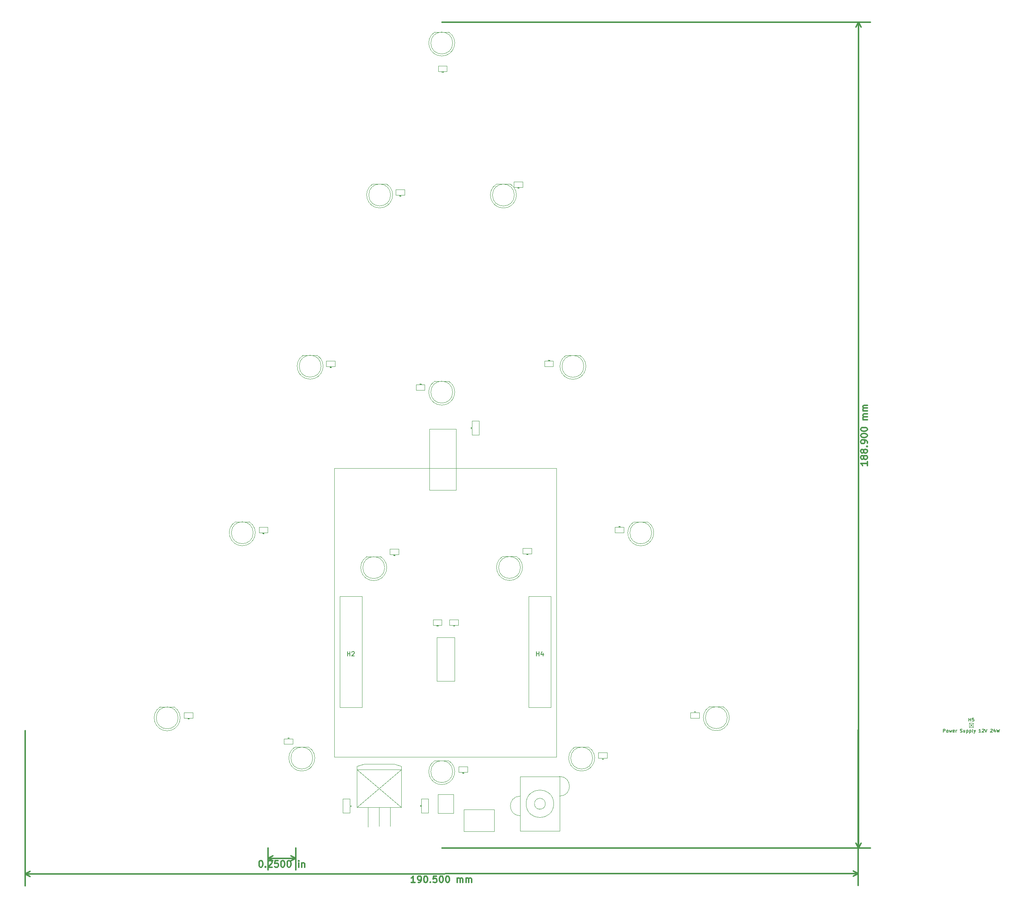
<source format=gbr>
%TF.GenerationSoftware,KiCad,Pcbnew,no-vcs-found-ef6910f~59~ubuntu16.04.1*%
%TF.CreationDate,2017-08-09T10:10:15-06:00*%
%TF.ProjectId,Christmas_Tree_Disco,4368726973746D61735F547265655F44,V1.0*%
%TF.SameCoordinates,Original*%
%TF.FileFunction,Other,Fab,Top*%
%FSLAX46Y46*%
G04 Gerber Fmt 4.6, Leading zero omitted, Abs format (unit mm)*
G04 Created by KiCad (PCBNEW no-vcs-found-ef6910f~59~ubuntu16.04.1) date Wed Aug  9 10:10:15 2017*
%MOMM*%
%LPD*%
G01*
G04 APERTURE LIST*
%ADD10C,0.300000*%
%ADD11C,0.120000*%
%ADD12C,0.010000*%
%ADD13C,0.150000*%
G04 APERTURE END LIST*
D10*
X66862142Y-218739952D02*
X67005000Y-218739952D01*
X67147857Y-218811381D01*
X67219285Y-218882809D01*
X67290714Y-219025666D01*
X67362142Y-219311381D01*
X67362142Y-219668523D01*
X67290714Y-219954238D01*
X67219285Y-220097095D01*
X67147857Y-220168523D01*
X67005000Y-220239952D01*
X66862142Y-220239952D01*
X66719285Y-220168523D01*
X66647857Y-220097095D01*
X66576428Y-219954238D01*
X66505000Y-219668523D01*
X66505000Y-219311381D01*
X66576428Y-219025666D01*
X66647857Y-218882809D01*
X66719285Y-218811381D01*
X66862142Y-218739952D01*
X68005000Y-220097095D02*
X68076428Y-220168523D01*
X68005000Y-220239952D01*
X67933571Y-220168523D01*
X68005000Y-220097095D01*
X68005000Y-220239952D01*
X68647857Y-218882809D02*
X68719285Y-218811381D01*
X68862142Y-218739952D01*
X69219285Y-218739952D01*
X69362142Y-218811381D01*
X69433571Y-218882809D01*
X69505000Y-219025666D01*
X69505000Y-219168523D01*
X69433571Y-219382809D01*
X68576428Y-220239952D01*
X69505000Y-220239952D01*
X70862142Y-218739952D02*
X70147857Y-218739952D01*
X70076428Y-219454238D01*
X70147857Y-219382809D01*
X70290714Y-219311381D01*
X70647857Y-219311381D01*
X70790714Y-219382809D01*
X70862142Y-219454238D01*
X70933571Y-219597095D01*
X70933571Y-219954238D01*
X70862142Y-220097095D01*
X70790714Y-220168523D01*
X70647857Y-220239952D01*
X70290714Y-220239952D01*
X70147857Y-220168523D01*
X70076428Y-220097095D01*
X71862142Y-218739952D02*
X72005000Y-218739952D01*
X72147857Y-218811381D01*
X72219285Y-218882809D01*
X72290714Y-219025666D01*
X72362142Y-219311381D01*
X72362142Y-219668523D01*
X72290714Y-219954238D01*
X72219285Y-220097095D01*
X72147857Y-220168523D01*
X72005000Y-220239952D01*
X71862142Y-220239952D01*
X71719285Y-220168523D01*
X71647857Y-220097095D01*
X71576428Y-219954238D01*
X71505000Y-219668523D01*
X71505000Y-219311381D01*
X71576428Y-219025666D01*
X71647857Y-218882809D01*
X71719285Y-218811381D01*
X71862142Y-218739952D01*
X73290714Y-218739952D02*
X73433571Y-218739952D01*
X73576428Y-218811381D01*
X73647857Y-218882809D01*
X73719285Y-219025666D01*
X73790714Y-219311381D01*
X73790714Y-219668523D01*
X73719285Y-219954238D01*
X73647857Y-220097095D01*
X73576428Y-220168523D01*
X73433571Y-220239952D01*
X73290714Y-220239952D01*
X73147857Y-220168523D01*
X73076428Y-220097095D01*
X73005000Y-219954238D01*
X72933571Y-219668523D01*
X72933571Y-219311381D01*
X73005000Y-219025666D01*
X73076428Y-218882809D01*
X73147857Y-218811381D01*
X73290714Y-218739952D01*
X75576428Y-220239952D02*
X75576428Y-219239952D01*
X75576428Y-218739952D02*
X75505000Y-218811381D01*
X75576428Y-218882809D01*
X75647857Y-218811381D01*
X75576428Y-218739952D01*
X75576428Y-218882809D01*
X76290714Y-219239952D02*
X76290714Y-220239952D01*
X76290714Y-219382809D02*
X76362142Y-219311381D01*
X76505000Y-219239952D01*
X76719285Y-219239952D01*
X76862142Y-219311381D01*
X76933571Y-219454238D01*
X76933571Y-220239952D01*
X68580000Y-218211381D02*
X74930000Y-218211381D01*
X68580000Y-215900000D02*
X68580000Y-220911381D01*
X74930000Y-215900000D02*
X74930000Y-220911381D01*
X74930000Y-218211381D02*
X73803496Y-218797802D01*
X74930000Y-218211381D02*
X73803496Y-217624960D01*
X68580000Y-218211381D02*
X69706504Y-218797802D01*
X68580000Y-218211381D02*
X69706504Y-217624960D01*
X205628571Y-127521428D02*
X205628571Y-128378571D01*
X205628571Y-127950000D02*
X204128571Y-127950000D01*
X204342857Y-128092857D01*
X204485714Y-128235714D01*
X204557142Y-128378571D01*
X204771428Y-126664285D02*
X204700000Y-126807142D01*
X204628571Y-126878571D01*
X204485714Y-126950000D01*
X204414285Y-126950000D01*
X204271428Y-126878571D01*
X204200000Y-126807142D01*
X204128571Y-126664285D01*
X204128571Y-126378571D01*
X204200000Y-126235714D01*
X204271428Y-126164285D01*
X204414285Y-126092857D01*
X204485714Y-126092857D01*
X204628571Y-126164285D01*
X204700000Y-126235714D01*
X204771428Y-126378571D01*
X204771428Y-126664285D01*
X204842857Y-126807142D01*
X204914285Y-126878571D01*
X205057142Y-126950000D01*
X205342857Y-126950000D01*
X205485714Y-126878571D01*
X205557142Y-126807142D01*
X205628571Y-126664285D01*
X205628571Y-126378571D01*
X205557142Y-126235714D01*
X205485714Y-126164285D01*
X205342857Y-126092857D01*
X205057142Y-126092857D01*
X204914285Y-126164285D01*
X204842857Y-126235714D01*
X204771428Y-126378571D01*
X204771428Y-125235714D02*
X204700000Y-125378571D01*
X204628571Y-125450000D01*
X204485714Y-125521428D01*
X204414285Y-125521428D01*
X204271428Y-125450000D01*
X204200000Y-125378571D01*
X204128571Y-125235714D01*
X204128571Y-124950000D01*
X204200000Y-124807142D01*
X204271428Y-124735714D01*
X204414285Y-124664285D01*
X204485714Y-124664285D01*
X204628571Y-124735714D01*
X204700000Y-124807142D01*
X204771428Y-124950000D01*
X204771428Y-125235714D01*
X204842857Y-125378571D01*
X204914285Y-125450000D01*
X205057142Y-125521428D01*
X205342857Y-125521428D01*
X205485714Y-125450000D01*
X205557142Y-125378571D01*
X205628571Y-125235714D01*
X205628571Y-124950000D01*
X205557142Y-124807142D01*
X205485714Y-124735714D01*
X205342857Y-124664285D01*
X205057142Y-124664285D01*
X204914285Y-124735714D01*
X204842857Y-124807142D01*
X204771428Y-124950000D01*
X205485714Y-124021428D02*
X205557142Y-123950000D01*
X205628571Y-124021428D01*
X205557142Y-124092857D01*
X205485714Y-124021428D01*
X205628571Y-124021428D01*
X205628571Y-123235714D02*
X205628571Y-122950000D01*
X205557142Y-122807142D01*
X205485714Y-122735714D01*
X205271428Y-122592857D01*
X204985714Y-122521428D01*
X204414285Y-122521428D01*
X204271428Y-122592857D01*
X204200000Y-122664285D01*
X204128571Y-122807142D01*
X204128571Y-123092857D01*
X204200000Y-123235714D01*
X204271428Y-123307142D01*
X204414285Y-123378571D01*
X204771428Y-123378571D01*
X204914285Y-123307142D01*
X204985714Y-123235714D01*
X205057142Y-123092857D01*
X205057142Y-122807142D01*
X204985714Y-122664285D01*
X204914285Y-122592857D01*
X204771428Y-122521428D01*
X204128571Y-121592857D02*
X204128571Y-121450000D01*
X204200000Y-121307142D01*
X204271428Y-121235714D01*
X204414285Y-121164285D01*
X204700000Y-121092857D01*
X205057142Y-121092857D01*
X205342857Y-121164285D01*
X205485714Y-121235714D01*
X205557142Y-121307142D01*
X205628571Y-121450000D01*
X205628571Y-121592857D01*
X205557142Y-121735714D01*
X205485714Y-121807142D01*
X205342857Y-121878571D01*
X205057142Y-121950000D01*
X204700000Y-121950000D01*
X204414285Y-121878571D01*
X204271428Y-121807142D01*
X204200000Y-121735714D01*
X204128571Y-121592857D01*
X204128571Y-120164285D02*
X204128571Y-120021428D01*
X204200000Y-119878571D01*
X204271428Y-119807142D01*
X204414285Y-119735714D01*
X204700000Y-119664285D01*
X205057142Y-119664285D01*
X205342857Y-119735714D01*
X205485714Y-119807142D01*
X205557142Y-119878571D01*
X205628571Y-120021428D01*
X205628571Y-120164285D01*
X205557142Y-120307142D01*
X205485714Y-120378571D01*
X205342857Y-120450000D01*
X205057142Y-120521428D01*
X204700000Y-120521428D01*
X204414285Y-120450000D01*
X204271428Y-120378571D01*
X204200000Y-120307142D01*
X204128571Y-120164285D01*
X205628571Y-117878571D02*
X204628571Y-117878571D01*
X204771428Y-117878571D02*
X204700000Y-117807142D01*
X204628571Y-117664285D01*
X204628571Y-117450000D01*
X204700000Y-117307142D01*
X204842857Y-117235714D01*
X205628571Y-117235714D01*
X204842857Y-117235714D02*
X204700000Y-117164285D01*
X204628571Y-117021428D01*
X204628571Y-116807142D01*
X204700000Y-116664285D01*
X204842857Y-116592857D01*
X205628571Y-116592857D01*
X205628571Y-115878571D02*
X204628571Y-115878571D01*
X204771428Y-115878571D02*
X204700000Y-115807142D01*
X204628571Y-115664285D01*
X204628571Y-115450000D01*
X204700000Y-115307142D01*
X204842857Y-115235714D01*
X205628571Y-115235714D01*
X204842857Y-115235714D02*
X204700000Y-115164285D01*
X204628571Y-115021428D01*
X204628571Y-114807142D01*
X204700000Y-114664285D01*
X204842857Y-114592857D01*
X205628571Y-114592857D01*
X203600000Y-215900000D02*
X203600000Y-27000000D01*
X108400000Y-215900000D02*
X206300000Y-215900000D01*
X108400000Y-27000000D02*
X206300000Y-27000000D01*
X203600000Y-27000000D02*
X204186421Y-28126504D01*
X203600000Y-27000000D02*
X203013579Y-28126504D01*
X203600000Y-215900000D02*
X204186421Y-214773496D01*
X203600000Y-215900000D02*
X203013579Y-214773496D01*
X102196853Y-223779491D02*
X101339710Y-223779941D01*
X101768282Y-223779716D02*
X101767494Y-222279716D01*
X101624750Y-222494077D01*
X101481967Y-222637009D01*
X101339148Y-222708512D01*
X102911139Y-223779116D02*
X103196853Y-223778966D01*
X103339672Y-223707462D01*
X103411064Y-223635996D01*
X103553808Y-223421636D01*
X103625087Y-223135884D01*
X103624787Y-222564455D01*
X103553283Y-222421636D01*
X103481817Y-222350245D01*
X103338923Y-222278891D01*
X103053208Y-222279041D01*
X102910389Y-222350545D01*
X102838998Y-222422011D01*
X102767644Y-222564905D01*
X102767832Y-222922048D01*
X102839335Y-223064868D01*
X102910801Y-223136259D01*
X103053696Y-223207612D01*
X103339410Y-223207463D01*
X103482230Y-223135959D01*
X103553621Y-223064493D01*
X103624974Y-222921598D01*
X104553208Y-222278254D02*
X104696065Y-222278179D01*
X104838960Y-222349532D01*
X104910426Y-222420923D01*
X104981929Y-222563743D01*
X105053508Y-222849420D01*
X105053695Y-223206563D01*
X104982417Y-223492314D01*
X104911063Y-223635209D01*
X104839672Y-223706675D01*
X104696853Y-223778179D01*
X104553996Y-223778254D01*
X104411101Y-223706900D01*
X104339635Y-223635509D01*
X104268131Y-223492689D01*
X104196553Y-223207013D01*
X104196365Y-222849870D01*
X104267644Y-222564118D01*
X104338997Y-222421223D01*
X104410388Y-222349757D01*
X104553208Y-222278254D01*
X105696777Y-223634797D02*
X105768244Y-223706188D01*
X105696852Y-223777654D01*
X105625386Y-223706263D01*
X105696777Y-223634797D01*
X105696852Y-223777654D01*
X107124636Y-222276904D02*
X106410351Y-222277279D01*
X106339297Y-222991602D01*
X106410688Y-222920136D01*
X106553508Y-222848632D01*
X106910651Y-222848445D01*
X107053545Y-222919799D01*
X107125011Y-222991190D01*
X107196515Y-223134009D01*
X107196702Y-223491152D01*
X107125349Y-223634047D01*
X107053958Y-223705513D01*
X106911138Y-223777016D01*
X106553995Y-223777204D01*
X106411101Y-223705850D01*
X106339635Y-223634459D01*
X108124636Y-222276379D02*
X108267493Y-222276304D01*
X108410388Y-222347658D01*
X108481854Y-222419049D01*
X108553358Y-222561868D01*
X108624936Y-222847545D01*
X108625124Y-223204688D01*
X108553845Y-223490440D01*
X108482491Y-223633334D01*
X108411100Y-223704800D01*
X108268281Y-223776304D01*
X108125424Y-223776379D01*
X107982529Y-223705025D01*
X107911063Y-223633634D01*
X107839559Y-223490815D01*
X107767981Y-223205138D01*
X107767793Y-222847995D01*
X107839072Y-222562243D01*
X107910425Y-222419349D01*
X107981817Y-222347883D01*
X108124636Y-222276379D01*
X109553207Y-222275629D02*
X109696065Y-222275554D01*
X109838959Y-222346908D01*
X109910425Y-222418299D01*
X109981929Y-222561118D01*
X110053507Y-222846795D01*
X110053695Y-223203938D01*
X109982416Y-223489690D01*
X109911063Y-223632584D01*
X109839672Y-223704050D01*
X109696852Y-223775554D01*
X109553995Y-223775629D01*
X109411100Y-223704275D01*
X109339634Y-223632884D01*
X109268131Y-223490065D01*
X109196552Y-223204388D01*
X109196365Y-222847245D01*
X109267643Y-222561493D01*
X109338997Y-222418599D01*
X109410388Y-222347133D01*
X109553207Y-222275629D01*
X111839709Y-223774429D02*
X111839184Y-222774429D01*
X111839259Y-222917286D02*
X111910650Y-222845820D01*
X112053470Y-222774317D01*
X112267755Y-222774204D01*
X112410650Y-222845558D01*
X112482153Y-222988377D01*
X112482566Y-223774092D01*
X112482153Y-222988377D02*
X112553507Y-222845483D01*
X112696327Y-222773979D01*
X112910612Y-222773867D01*
X113053507Y-222845220D01*
X113125010Y-222988040D01*
X113125423Y-223773754D01*
X113839709Y-223773379D02*
X113839184Y-222773379D01*
X113839259Y-222916236D02*
X113910650Y-222844770D01*
X114053469Y-222773267D01*
X114267755Y-222773154D01*
X114410650Y-222844508D01*
X114482153Y-222987328D01*
X114482566Y-223773042D01*
X114482153Y-222987328D02*
X114553507Y-222844433D01*
X114696326Y-222772929D01*
X114910612Y-222772817D01*
X115053507Y-222844170D01*
X115125010Y-222986990D01*
X115125423Y-223772704D01*
X13017217Y-221797733D02*
X203517217Y-221697733D01*
X13000000Y-189000000D02*
X13018634Y-224497733D01*
X203500000Y-188900000D02*
X203518634Y-224397733D01*
X203517217Y-221697733D02*
X202391021Y-222284745D01*
X203517217Y-221697733D02*
X202390406Y-221111904D01*
X13017217Y-221797733D02*
X14144028Y-222383562D01*
X13017217Y-221797733D02*
X14143413Y-221210721D01*
D11*
X107220000Y-177720000D02*
X107220000Y-167720000D01*
X111220000Y-177720000D02*
X107220000Y-177720000D01*
X111220000Y-167720000D02*
X111220000Y-177720000D01*
X107220000Y-167720000D02*
X111220000Y-167720000D01*
X74710420Y-192793362D02*
G75*
G03X77900000Y-192800000I1589580J-2506638D01*
G01*
X74700000Y-192800000D02*
X77900000Y-192800000D01*
X78800000Y-195300000D02*
G75*
G03X78800000Y-195300000I-2500000J0D01*
G01*
X83730000Y-129020000D02*
X83730000Y-195060000D01*
X134530000Y-129020000D02*
X83730000Y-129020000D01*
X134530000Y-195060000D02*
X134530000Y-129020000D01*
X134530000Y-195060000D02*
X83730000Y-195060000D01*
X104420000Y-109885000D02*
X104420000Y-111135000D01*
X102420000Y-109885000D02*
X104420000Y-109885000D01*
X102420000Y-111135000D02*
X102420000Y-109885000D01*
X104420000Y-111135000D02*
X102420000Y-111135000D01*
X49380000Y-186125000D02*
X49380000Y-184875000D01*
X51380000Y-186125000D02*
X49380000Y-186125000D01*
X51380000Y-184875000D02*
X51380000Y-186125000D01*
X49380000Y-184875000D02*
X51380000Y-184875000D01*
X112200000Y-198525000D02*
X112200000Y-197275000D01*
X114200000Y-198525000D02*
X112200000Y-198525000D01*
X114200000Y-197275000D02*
X114200000Y-198525000D01*
X112200000Y-197275000D02*
X114200000Y-197275000D01*
X66500000Y-143725000D02*
X66500000Y-142475000D01*
X68500000Y-143725000D02*
X66500000Y-143725000D01*
X68500000Y-142475000D02*
X68500000Y-143725000D01*
X66500000Y-142475000D02*
X68500000Y-142475000D01*
X116800000Y-118200000D02*
X115200000Y-118200000D01*
X115200000Y-118200000D02*
X115200000Y-121400000D01*
X115200000Y-121400000D02*
X116800000Y-121400000D01*
X116800000Y-121400000D02*
X116800000Y-118200000D01*
X92510420Y-63993362D02*
G75*
G03X95700000Y-64000000I1589580J-2506638D01*
G01*
X92500000Y-64000000D02*
X95700000Y-64000000D01*
X96600000Y-66500000D02*
G75*
G03X96600000Y-66500000I-2500000J0D01*
G01*
X61091515Y-141257362D02*
G75*
G03X64281095Y-141264000I1589580J-2506638D01*
G01*
X61081095Y-141264000D02*
X64281095Y-141264000D01*
X65181095Y-143764000D02*
G75*
G03X65181095Y-143764000I-2500000J0D01*
G01*
X43911515Y-183597862D02*
G75*
G03X47101095Y-183604500I1589580J-2506638D01*
G01*
X43901095Y-183604500D02*
X47101095Y-183604500D01*
X48001095Y-186104500D02*
G75*
G03X48001095Y-186104500I-2500000J0D01*
G01*
X106710420Y-109093362D02*
G75*
G03X109900000Y-109100000I1589580J-2506638D01*
G01*
X106700000Y-109100000D02*
X109900000Y-109100000D01*
X110800000Y-111600000D02*
G75*
G03X110800000Y-111600000I-2500000J0D01*
G01*
X76610420Y-103157362D02*
G75*
G03X79800000Y-103164000I1589580J-2506638D01*
G01*
X76600000Y-103164000D02*
X79800000Y-103164000D01*
X80700000Y-105664000D02*
G75*
G03X80700000Y-105664000I-2500000J0D01*
G01*
X91152420Y-149233362D02*
G75*
G03X94342000Y-149240000I1589580J-2506638D01*
G01*
X91142000Y-149240000D02*
X94342000Y-149240000D01*
X95242000Y-151740000D02*
G75*
G03X95242000Y-151740000I-2500000J0D01*
G01*
X106710420Y-195893362D02*
G75*
G03X109900000Y-195900000I1589580J-2506638D01*
G01*
X106700000Y-195900000D02*
X109900000Y-195900000D01*
X110800000Y-198400000D02*
G75*
G03X110800000Y-198400000I-2500000J0D01*
G01*
X120810420Y-64013862D02*
G75*
G03X124000000Y-64020500I1589580J-2506638D01*
G01*
X120800000Y-64020500D02*
X124000000Y-64020500D01*
X124900000Y-66520500D02*
G75*
G03X124900000Y-66520500I-2500000J0D01*
G01*
X169510420Y-183558362D02*
G75*
G03X172700000Y-183565000I1589580J-2506638D01*
G01*
X169500000Y-183565000D02*
X172700000Y-183565000D01*
X173600000Y-186065000D02*
G75*
G03X173600000Y-186065000I-2500000J0D01*
G01*
X138710420Y-192793362D02*
G75*
G03X141900000Y-192800000I1589580J-2506638D01*
G01*
X138700000Y-192800000D02*
X141900000Y-192800000D01*
X142800000Y-195300000D02*
G75*
G03X142800000Y-195300000I-2500000J0D01*
G01*
X106710420Y-29238862D02*
G75*
G03X109900000Y-29245500I1589580J-2506638D01*
G01*
X106700000Y-29245500D02*
X109900000Y-29245500D01*
X110800000Y-31745500D02*
G75*
G03X110800000Y-31745500I-2500000J0D01*
G01*
X136710420Y-103193362D02*
G75*
G03X139900000Y-103200000I1589580J-2506638D01*
G01*
X136700000Y-103200000D02*
X139900000Y-103200000D01*
X140800000Y-105700000D02*
G75*
G03X140800000Y-105700000I-2500000J0D01*
G01*
X152223515Y-141282862D02*
G75*
G03X155413095Y-141289500I1589580J-2506638D01*
G01*
X152213095Y-141289500D02*
X155413095Y-141289500D01*
X156313095Y-143789500D02*
G75*
G03X156313095Y-143789500I-2500000J0D01*
G01*
X122210420Y-149193362D02*
G75*
G03X125400000Y-149200000I1589580J-2506638D01*
G01*
X122200000Y-149200000D02*
X125400000Y-149200000D01*
X126300000Y-151700000D02*
G75*
G03X126300000Y-151700000I-2500000J0D01*
G01*
X111607576Y-120032608D02*
X111607576Y-134032608D01*
X105507576Y-120032608D02*
X105507576Y-134032608D01*
X105507576Y-134032608D02*
X111607576Y-134032608D01*
X105507576Y-120032608D02*
X111607576Y-120032608D01*
X105244800Y-204597200D02*
X103644800Y-204597200D01*
X103644800Y-204597200D02*
X103644800Y-207797200D01*
X103644800Y-207797200D02*
X105244800Y-207797200D01*
X105244800Y-207797200D02*
X105244800Y-204597200D01*
X85700000Y-207850000D02*
X87300000Y-207850000D01*
X87300000Y-207850000D02*
X87300000Y-204650000D01*
X87300000Y-204650000D02*
X85700000Y-204650000D01*
X85700000Y-204650000D02*
X85700000Y-207850000D01*
X84960000Y-183700000D02*
X84960000Y-158300000D01*
X90040000Y-183700000D02*
X84960000Y-183700000D01*
X90040000Y-158300000D02*
X90040000Y-183700000D01*
X84960000Y-158300000D02*
X90040000Y-158300000D01*
X128210000Y-183700000D02*
X128210000Y-158300000D01*
X133290000Y-183700000D02*
X128210000Y-183700000D01*
X133290000Y-158300000D02*
X133290000Y-183700000D01*
X128210000Y-158300000D02*
X133290000Y-158300000D01*
X93980000Y-206568000D02*
X93980000Y-210886000D01*
X88900000Y-206568000D02*
X99060000Y-197932000D01*
X99060000Y-206568000D02*
X88900000Y-197932000D01*
X91440000Y-211013000D02*
X91440000Y-206568000D01*
X96520000Y-210886000D02*
X96520000Y-206568000D01*
X88900000Y-197170000D02*
X88900000Y-197932000D01*
X99060000Y-197170000D02*
X99060000Y-197932000D01*
X88900000Y-197170000D02*
X90551000Y-196662000D01*
X99060000Y-197170000D02*
X97409000Y-196662000D01*
X97409000Y-196662000D02*
X90551000Y-196662000D01*
X99060000Y-197932000D02*
X88900000Y-197932000D01*
X99060000Y-206568000D02*
X99060000Y-197932000D01*
X88900000Y-206568000D02*
X99060000Y-206568000D01*
X88900000Y-197932000D02*
X88900000Y-206568000D01*
X106300000Y-164875000D02*
X106300000Y-163625000D01*
X108300000Y-164875000D02*
X106300000Y-164875000D01*
X108300000Y-163625000D02*
X108300000Y-164875000D01*
X106300000Y-163625000D02*
X108300000Y-163625000D01*
X110050000Y-164875000D02*
X110050000Y-163625000D01*
X112050000Y-164875000D02*
X110050000Y-164875000D01*
X112050000Y-163625000D02*
X112050000Y-164875000D01*
X110050000Y-163625000D02*
X112050000Y-163625000D01*
X107420000Y-203580000D02*
X111020000Y-203580000D01*
X107420000Y-207900000D02*
X111020000Y-207900000D01*
X111020000Y-207900000D02*
X111020000Y-203580000D01*
X107420000Y-207900000D02*
X107420000Y-203580000D01*
X120340000Y-212050000D02*
X120340000Y-207050000D01*
X113340000Y-212050000D02*
X120340000Y-212050000D01*
X113340000Y-207050000D02*
X113340000Y-212050000D01*
X120340000Y-207050000D02*
X113340000Y-207050000D01*
X126250000Y-208500000D02*
G75*
G02X126250000Y-204000000I0J2250000D01*
G01*
X135250000Y-199500000D02*
G75*
G02X135250000Y-204000000I0J-2250000D01*
G01*
X133900000Y-205750000D02*
G75*
G03X133900000Y-205750000I-3150000J0D01*
G01*
X132000000Y-205750000D02*
G75*
G03X132000000Y-205750000I-1250000J0D01*
G01*
X135250000Y-199500000D02*
X135250000Y-212000000D01*
X126250000Y-199500000D02*
X135250000Y-199500000D01*
X126250000Y-212000000D02*
X126250000Y-199500000D01*
X135250000Y-212000000D02*
X126250000Y-212000000D01*
X97800000Y-66525000D02*
X97800000Y-65275000D01*
X99800000Y-66525000D02*
X97800000Y-66525000D01*
X99800000Y-65275000D02*
X99800000Y-66525000D01*
X97800000Y-65275000D02*
X99800000Y-65275000D01*
X74250000Y-190875000D02*
X74250000Y-192125000D01*
X72250000Y-190875000D02*
X74250000Y-190875000D01*
X72250000Y-192125000D02*
X72250000Y-190875000D01*
X74250000Y-192125000D02*
X72250000Y-192125000D01*
X81900000Y-105725000D02*
X81900000Y-104475000D01*
X83900000Y-105725000D02*
X81900000Y-105725000D01*
X83900000Y-104475000D02*
X83900000Y-105725000D01*
X81900000Y-104475000D02*
X83900000Y-104475000D01*
X96440000Y-148745000D02*
X96440000Y-147495000D01*
X98440000Y-148745000D02*
X96440000Y-148745000D01*
X98440000Y-147495000D02*
X98440000Y-148745000D01*
X96440000Y-147495000D02*
X98440000Y-147495000D01*
X124800000Y-64725000D02*
X124800000Y-63475000D01*
X126800000Y-64725000D02*
X124800000Y-64725000D01*
X126800000Y-63475000D02*
X126800000Y-64725000D01*
X124800000Y-63475000D02*
X126800000Y-63475000D01*
X126850000Y-148525000D02*
X126850000Y-147275000D01*
X128850000Y-148525000D02*
X126850000Y-148525000D01*
X128850000Y-147275000D02*
X128850000Y-148525000D01*
X126850000Y-147275000D02*
X128850000Y-147275000D01*
X144100000Y-195325000D02*
X144100000Y-194075000D01*
X146100000Y-195325000D02*
X144100000Y-195325000D01*
X146100000Y-194075000D02*
X146100000Y-195325000D01*
X144100000Y-194075000D02*
X146100000Y-194075000D01*
X107500000Y-38225000D02*
X107500000Y-36975000D01*
X109500000Y-38225000D02*
X107500000Y-38225000D01*
X109500000Y-36975000D02*
X109500000Y-38225000D01*
X107500000Y-36975000D02*
X109500000Y-36975000D01*
X133800000Y-104475000D02*
X133800000Y-105725000D01*
X131800000Y-104475000D02*
X133800000Y-104475000D01*
X131800000Y-105725000D02*
X131800000Y-104475000D01*
X133800000Y-105725000D02*
X131800000Y-105725000D01*
X149900000Y-142475000D02*
X149900000Y-143725000D01*
X147900000Y-142475000D02*
X149900000Y-142475000D01*
X147900000Y-143725000D02*
X147900000Y-142475000D01*
X149900000Y-143725000D02*
X147900000Y-143725000D01*
X167200000Y-184875000D02*
X167200000Y-186125000D01*
X165200000Y-184875000D02*
X167200000Y-184875000D01*
X165200000Y-186125000D02*
X165200000Y-184875000D01*
X167200000Y-186125000D02*
X165200000Y-186125000D01*
X228900000Y-187300000D02*
X229900000Y-187300000D01*
X229900000Y-187300000D02*
X229900000Y-188300000D01*
X229900000Y-188300000D02*
X228900000Y-188300000D01*
X228900000Y-188300000D02*
X228900000Y-187300000D01*
X228900000Y-187300000D02*
X229900000Y-188300000D01*
X229900000Y-188300000D02*
X229900000Y-187300000D01*
X229900000Y-187300000D02*
X228900000Y-188300000D01*
D12*
X103265785Y-109640452D02*
X103277880Y-109640452D01*
X103289976Y-109646500D01*
X103296023Y-109652547D01*
X103302071Y-109664642D01*
X103308119Y-109688833D01*
X103308119Y-109719071D01*
X103302071Y-109743261D01*
X103296023Y-109755357D01*
X103289976Y-109761404D01*
X103277880Y-109767452D01*
X103265785Y-109767452D01*
X103253690Y-109761404D01*
X103247642Y-109755357D01*
X103241595Y-109743261D01*
X103235547Y-109719071D01*
X103235547Y-109688833D01*
X103241595Y-109664642D01*
X103247642Y-109652547D01*
X103253690Y-109646500D01*
X103265785Y-109640452D01*
X103362547Y-109755357D02*
X103368595Y-109761404D01*
X103362547Y-109767452D01*
X103356500Y-109761404D01*
X103362547Y-109755357D01*
X103362547Y-109767452D01*
X103489547Y-109767452D02*
X103416976Y-109767452D01*
X103453261Y-109767452D02*
X103453261Y-109640452D01*
X103441166Y-109658595D01*
X103429071Y-109670690D01*
X103416976Y-109676738D01*
X103598404Y-109682785D02*
X103598404Y-109767452D01*
X103543976Y-109682785D02*
X103543976Y-109749309D01*
X103550023Y-109761404D01*
X103562119Y-109767452D01*
X103580261Y-109767452D01*
X103592357Y-109761404D01*
X103598404Y-109755357D01*
X50225785Y-186230452D02*
X50237880Y-186230452D01*
X50249976Y-186236500D01*
X50256023Y-186242547D01*
X50262071Y-186254642D01*
X50268119Y-186278833D01*
X50268119Y-186309071D01*
X50262071Y-186333261D01*
X50256023Y-186345357D01*
X50249976Y-186351404D01*
X50237880Y-186357452D01*
X50225785Y-186357452D01*
X50213690Y-186351404D01*
X50207642Y-186345357D01*
X50201595Y-186333261D01*
X50195547Y-186309071D01*
X50195547Y-186278833D01*
X50201595Y-186254642D01*
X50207642Y-186242547D01*
X50213690Y-186236500D01*
X50225785Y-186230452D01*
X50322547Y-186345357D02*
X50328595Y-186351404D01*
X50322547Y-186357452D01*
X50316500Y-186351404D01*
X50322547Y-186345357D01*
X50322547Y-186357452D01*
X50449547Y-186357452D02*
X50376976Y-186357452D01*
X50413261Y-186357452D02*
X50413261Y-186230452D01*
X50401166Y-186248595D01*
X50389071Y-186260690D01*
X50376976Y-186266738D01*
X50558404Y-186272785D02*
X50558404Y-186357452D01*
X50503976Y-186272785D02*
X50503976Y-186339309D01*
X50510023Y-186351404D01*
X50522119Y-186357452D01*
X50540261Y-186357452D01*
X50552357Y-186351404D01*
X50558404Y-186345357D01*
X113045785Y-198630452D02*
X113057880Y-198630452D01*
X113069976Y-198636500D01*
X113076023Y-198642547D01*
X113082071Y-198654642D01*
X113088119Y-198678833D01*
X113088119Y-198709071D01*
X113082071Y-198733261D01*
X113076023Y-198745357D01*
X113069976Y-198751404D01*
X113057880Y-198757452D01*
X113045785Y-198757452D01*
X113033690Y-198751404D01*
X113027642Y-198745357D01*
X113021595Y-198733261D01*
X113015547Y-198709071D01*
X113015547Y-198678833D01*
X113021595Y-198654642D01*
X113027642Y-198642547D01*
X113033690Y-198636500D01*
X113045785Y-198630452D01*
X113142547Y-198745357D02*
X113148595Y-198751404D01*
X113142547Y-198757452D01*
X113136500Y-198751404D01*
X113142547Y-198745357D01*
X113142547Y-198757452D01*
X113269547Y-198757452D02*
X113196976Y-198757452D01*
X113233261Y-198757452D02*
X113233261Y-198630452D01*
X113221166Y-198648595D01*
X113209071Y-198660690D01*
X113196976Y-198666738D01*
X113378404Y-198672785D02*
X113378404Y-198757452D01*
X113323976Y-198672785D02*
X113323976Y-198739309D01*
X113330023Y-198751404D01*
X113342119Y-198757452D01*
X113360261Y-198757452D01*
X113372357Y-198751404D01*
X113378404Y-198745357D01*
X67345785Y-143830452D02*
X67357880Y-143830452D01*
X67369976Y-143836500D01*
X67376023Y-143842547D01*
X67382071Y-143854642D01*
X67388119Y-143878833D01*
X67388119Y-143909071D01*
X67382071Y-143933261D01*
X67376023Y-143945357D01*
X67369976Y-143951404D01*
X67357880Y-143957452D01*
X67345785Y-143957452D01*
X67333690Y-143951404D01*
X67327642Y-143945357D01*
X67321595Y-143933261D01*
X67315547Y-143909071D01*
X67315547Y-143878833D01*
X67321595Y-143854642D01*
X67327642Y-143842547D01*
X67333690Y-143836500D01*
X67345785Y-143830452D01*
X67442547Y-143945357D02*
X67448595Y-143951404D01*
X67442547Y-143957452D01*
X67436500Y-143951404D01*
X67442547Y-143945357D01*
X67442547Y-143957452D01*
X67569547Y-143957452D02*
X67496976Y-143957452D01*
X67533261Y-143957452D02*
X67533261Y-143830452D01*
X67521166Y-143848595D01*
X67509071Y-143860690D01*
X67496976Y-143866738D01*
X67678404Y-143872785D02*
X67678404Y-143957452D01*
X67623976Y-143872785D02*
X67623976Y-143939309D01*
X67630023Y-143951404D01*
X67642119Y-143957452D01*
X67660261Y-143957452D01*
X67672357Y-143951404D01*
X67678404Y-143945357D01*
X115057452Y-119881642D02*
X115057452Y-119954214D01*
X115057452Y-119917928D02*
X114930452Y-119917928D01*
X114948595Y-119930023D01*
X114960690Y-119942119D01*
X114966738Y-119954214D01*
X114930452Y-119803023D02*
X114930452Y-119790928D01*
X114936500Y-119778833D01*
X114942547Y-119772785D01*
X114954642Y-119766738D01*
X114978833Y-119760690D01*
X115009071Y-119760690D01*
X115033261Y-119766738D01*
X115045357Y-119772785D01*
X115051404Y-119778833D01*
X115057452Y-119790928D01*
X115057452Y-119803023D01*
X115051404Y-119815119D01*
X115045357Y-119821166D01*
X115033261Y-119827214D01*
X115009071Y-119833261D01*
X114978833Y-119833261D01*
X114954642Y-119827214D01*
X114942547Y-119821166D01*
X114936500Y-119815119D01*
X114930452Y-119803023D01*
X114972785Y-119651833D02*
X115057452Y-119651833D01*
X114972785Y-119706261D02*
X115039309Y-119706261D01*
X115051404Y-119700214D01*
X115057452Y-119688119D01*
X115057452Y-119669976D01*
X115051404Y-119657880D01*
X115045357Y-119651833D01*
X103502252Y-206278842D02*
X103502252Y-206351414D01*
X103502252Y-206315128D02*
X103375252Y-206315128D01*
X103393395Y-206327223D01*
X103405490Y-206339319D01*
X103411538Y-206351414D01*
X103375252Y-206200223D02*
X103375252Y-206188128D01*
X103381300Y-206176033D01*
X103387347Y-206169985D01*
X103399442Y-206163938D01*
X103423633Y-206157890D01*
X103453871Y-206157890D01*
X103478061Y-206163938D01*
X103490157Y-206169985D01*
X103496204Y-206176033D01*
X103502252Y-206188128D01*
X103502252Y-206200223D01*
X103496204Y-206212319D01*
X103490157Y-206218366D01*
X103478061Y-206224414D01*
X103453871Y-206230461D01*
X103423633Y-206230461D01*
X103399442Y-206224414D01*
X103387347Y-206218366D01*
X103381300Y-206212319D01*
X103375252Y-206200223D01*
X103417585Y-206049033D02*
X103502252Y-206049033D01*
X103417585Y-206103461D02*
X103484109Y-206103461D01*
X103496204Y-206097414D01*
X103502252Y-206085319D01*
X103502252Y-206067176D01*
X103496204Y-206055080D01*
X103490157Y-206049033D01*
X87557452Y-206331642D02*
X87557452Y-206404214D01*
X87557452Y-206367928D02*
X87430452Y-206367928D01*
X87448595Y-206380023D01*
X87460690Y-206392119D01*
X87466738Y-206404214D01*
X87430452Y-206253023D02*
X87430452Y-206240928D01*
X87436500Y-206228833D01*
X87442547Y-206222785D01*
X87454642Y-206216738D01*
X87478833Y-206210690D01*
X87509071Y-206210690D01*
X87533261Y-206216738D01*
X87545357Y-206222785D01*
X87551404Y-206228833D01*
X87557452Y-206240928D01*
X87557452Y-206253023D01*
X87551404Y-206265119D01*
X87545357Y-206271166D01*
X87533261Y-206277214D01*
X87509071Y-206283261D01*
X87478833Y-206283261D01*
X87454642Y-206277214D01*
X87442547Y-206271166D01*
X87436500Y-206265119D01*
X87430452Y-206253023D01*
X87472785Y-206101833D02*
X87557452Y-206101833D01*
X87472785Y-206156261D02*
X87539309Y-206156261D01*
X87551404Y-206150214D01*
X87557452Y-206138119D01*
X87557452Y-206119976D01*
X87551404Y-206107880D01*
X87545357Y-206101833D01*
D13*
X86738095Y-171952380D02*
X86738095Y-170952380D01*
X86738095Y-171428571D02*
X87309523Y-171428571D01*
X87309523Y-171952380D02*
X87309523Y-170952380D01*
X87738095Y-171047619D02*
X87785714Y-171000000D01*
X87880952Y-170952380D01*
X88119047Y-170952380D01*
X88214285Y-171000000D01*
X88261904Y-171047619D01*
X88309523Y-171142857D01*
X88309523Y-171238095D01*
X88261904Y-171380952D01*
X87690476Y-171952380D01*
X88309523Y-171952380D01*
X129988095Y-171952380D02*
X129988095Y-170952380D01*
X129988095Y-171428571D02*
X130559523Y-171428571D01*
X130559523Y-171952380D02*
X130559523Y-170952380D01*
X131464285Y-171285714D02*
X131464285Y-171952380D01*
X131226190Y-170904761D02*
X130988095Y-171619047D01*
X131607142Y-171619047D01*
D12*
X107145785Y-164980452D02*
X107157880Y-164980452D01*
X107169976Y-164986500D01*
X107176023Y-164992547D01*
X107182071Y-165004642D01*
X107188119Y-165028833D01*
X107188119Y-165059071D01*
X107182071Y-165083261D01*
X107176023Y-165095357D01*
X107169976Y-165101404D01*
X107157880Y-165107452D01*
X107145785Y-165107452D01*
X107133690Y-165101404D01*
X107127642Y-165095357D01*
X107121595Y-165083261D01*
X107115547Y-165059071D01*
X107115547Y-165028833D01*
X107121595Y-165004642D01*
X107127642Y-164992547D01*
X107133690Y-164986500D01*
X107145785Y-164980452D01*
X107242547Y-165095357D02*
X107248595Y-165101404D01*
X107242547Y-165107452D01*
X107236500Y-165101404D01*
X107242547Y-165095357D01*
X107242547Y-165107452D01*
X107369547Y-165107452D02*
X107296976Y-165107452D01*
X107333261Y-165107452D02*
X107333261Y-164980452D01*
X107321166Y-164998595D01*
X107309071Y-165010690D01*
X107296976Y-165016738D01*
X107478404Y-165022785D02*
X107478404Y-165107452D01*
X107423976Y-165022785D02*
X107423976Y-165089309D01*
X107430023Y-165101404D01*
X107442119Y-165107452D01*
X107460261Y-165107452D01*
X107472357Y-165101404D01*
X107478404Y-165095357D01*
X110895785Y-164980452D02*
X110907880Y-164980452D01*
X110919976Y-164986500D01*
X110926023Y-164992547D01*
X110932071Y-165004642D01*
X110938119Y-165028833D01*
X110938119Y-165059071D01*
X110932071Y-165083261D01*
X110926023Y-165095357D01*
X110919976Y-165101404D01*
X110907880Y-165107452D01*
X110895785Y-165107452D01*
X110883690Y-165101404D01*
X110877642Y-165095357D01*
X110871595Y-165083261D01*
X110865547Y-165059071D01*
X110865547Y-165028833D01*
X110871595Y-165004642D01*
X110877642Y-164992547D01*
X110883690Y-164986500D01*
X110895785Y-164980452D01*
X110992547Y-165095357D02*
X110998595Y-165101404D01*
X110992547Y-165107452D01*
X110986500Y-165101404D01*
X110992547Y-165095357D01*
X110992547Y-165107452D01*
X111119547Y-165107452D02*
X111046976Y-165107452D01*
X111083261Y-165107452D02*
X111083261Y-164980452D01*
X111071166Y-164998595D01*
X111059071Y-165010690D01*
X111046976Y-165016738D01*
X111228404Y-165022785D02*
X111228404Y-165107452D01*
X111173976Y-165022785D02*
X111173976Y-165089309D01*
X111180023Y-165101404D01*
X111192119Y-165107452D01*
X111210261Y-165107452D01*
X111222357Y-165101404D01*
X111228404Y-165095357D01*
X98645785Y-66630452D02*
X98657880Y-66630452D01*
X98669976Y-66636500D01*
X98676023Y-66642547D01*
X98682071Y-66654642D01*
X98688119Y-66678833D01*
X98688119Y-66709071D01*
X98682071Y-66733261D01*
X98676023Y-66745357D01*
X98669976Y-66751404D01*
X98657880Y-66757452D01*
X98645785Y-66757452D01*
X98633690Y-66751404D01*
X98627642Y-66745357D01*
X98621595Y-66733261D01*
X98615547Y-66709071D01*
X98615547Y-66678833D01*
X98621595Y-66654642D01*
X98627642Y-66642547D01*
X98633690Y-66636500D01*
X98645785Y-66630452D01*
X98742547Y-66745357D02*
X98748595Y-66751404D01*
X98742547Y-66757452D01*
X98736500Y-66751404D01*
X98742547Y-66745357D01*
X98742547Y-66757452D01*
X98869547Y-66757452D02*
X98796976Y-66757452D01*
X98833261Y-66757452D02*
X98833261Y-66630452D01*
X98821166Y-66648595D01*
X98809071Y-66660690D01*
X98796976Y-66666738D01*
X98978404Y-66672785D02*
X98978404Y-66757452D01*
X98923976Y-66672785D02*
X98923976Y-66739309D01*
X98930023Y-66751404D01*
X98942119Y-66757452D01*
X98960261Y-66757452D01*
X98972357Y-66751404D01*
X98978404Y-66745357D01*
X73095785Y-190630452D02*
X73107880Y-190630452D01*
X73119976Y-190636500D01*
X73126023Y-190642547D01*
X73132071Y-190654642D01*
X73138119Y-190678833D01*
X73138119Y-190709071D01*
X73132071Y-190733261D01*
X73126023Y-190745357D01*
X73119976Y-190751404D01*
X73107880Y-190757452D01*
X73095785Y-190757452D01*
X73083690Y-190751404D01*
X73077642Y-190745357D01*
X73071595Y-190733261D01*
X73065547Y-190709071D01*
X73065547Y-190678833D01*
X73071595Y-190654642D01*
X73077642Y-190642547D01*
X73083690Y-190636500D01*
X73095785Y-190630452D01*
X73192547Y-190745357D02*
X73198595Y-190751404D01*
X73192547Y-190757452D01*
X73186500Y-190751404D01*
X73192547Y-190745357D01*
X73192547Y-190757452D01*
X73319547Y-190757452D02*
X73246976Y-190757452D01*
X73283261Y-190757452D02*
X73283261Y-190630452D01*
X73271166Y-190648595D01*
X73259071Y-190660690D01*
X73246976Y-190666738D01*
X73428404Y-190672785D02*
X73428404Y-190757452D01*
X73373976Y-190672785D02*
X73373976Y-190739309D01*
X73380023Y-190751404D01*
X73392119Y-190757452D01*
X73410261Y-190757452D01*
X73422357Y-190751404D01*
X73428404Y-190745357D01*
X82745785Y-105830452D02*
X82757880Y-105830452D01*
X82769976Y-105836500D01*
X82776023Y-105842547D01*
X82782071Y-105854642D01*
X82788119Y-105878833D01*
X82788119Y-105909071D01*
X82782071Y-105933261D01*
X82776023Y-105945357D01*
X82769976Y-105951404D01*
X82757880Y-105957452D01*
X82745785Y-105957452D01*
X82733690Y-105951404D01*
X82727642Y-105945357D01*
X82721595Y-105933261D01*
X82715547Y-105909071D01*
X82715547Y-105878833D01*
X82721595Y-105854642D01*
X82727642Y-105842547D01*
X82733690Y-105836500D01*
X82745785Y-105830452D01*
X82842547Y-105945357D02*
X82848595Y-105951404D01*
X82842547Y-105957452D01*
X82836500Y-105951404D01*
X82842547Y-105945357D01*
X82842547Y-105957452D01*
X82969547Y-105957452D02*
X82896976Y-105957452D01*
X82933261Y-105957452D02*
X82933261Y-105830452D01*
X82921166Y-105848595D01*
X82909071Y-105860690D01*
X82896976Y-105866738D01*
X83078404Y-105872785D02*
X83078404Y-105957452D01*
X83023976Y-105872785D02*
X83023976Y-105939309D01*
X83030023Y-105951404D01*
X83042119Y-105957452D01*
X83060261Y-105957452D01*
X83072357Y-105951404D01*
X83078404Y-105945357D01*
X97285785Y-148850452D02*
X97297880Y-148850452D01*
X97309976Y-148856500D01*
X97316023Y-148862547D01*
X97322071Y-148874642D01*
X97328119Y-148898833D01*
X97328119Y-148929071D01*
X97322071Y-148953261D01*
X97316023Y-148965357D01*
X97309976Y-148971404D01*
X97297880Y-148977452D01*
X97285785Y-148977452D01*
X97273690Y-148971404D01*
X97267642Y-148965357D01*
X97261595Y-148953261D01*
X97255547Y-148929071D01*
X97255547Y-148898833D01*
X97261595Y-148874642D01*
X97267642Y-148862547D01*
X97273690Y-148856500D01*
X97285785Y-148850452D01*
X97382547Y-148965357D02*
X97388595Y-148971404D01*
X97382547Y-148977452D01*
X97376500Y-148971404D01*
X97382547Y-148965357D01*
X97382547Y-148977452D01*
X97509547Y-148977452D02*
X97436976Y-148977452D01*
X97473261Y-148977452D02*
X97473261Y-148850452D01*
X97461166Y-148868595D01*
X97449071Y-148880690D01*
X97436976Y-148886738D01*
X97618404Y-148892785D02*
X97618404Y-148977452D01*
X97563976Y-148892785D02*
X97563976Y-148959309D01*
X97570023Y-148971404D01*
X97582119Y-148977452D01*
X97600261Y-148977452D01*
X97612357Y-148971404D01*
X97618404Y-148965357D01*
X125645785Y-64830452D02*
X125657880Y-64830452D01*
X125669976Y-64836500D01*
X125676023Y-64842547D01*
X125682071Y-64854642D01*
X125688119Y-64878833D01*
X125688119Y-64909071D01*
X125682071Y-64933261D01*
X125676023Y-64945357D01*
X125669976Y-64951404D01*
X125657880Y-64957452D01*
X125645785Y-64957452D01*
X125633690Y-64951404D01*
X125627642Y-64945357D01*
X125621595Y-64933261D01*
X125615547Y-64909071D01*
X125615547Y-64878833D01*
X125621595Y-64854642D01*
X125627642Y-64842547D01*
X125633690Y-64836500D01*
X125645785Y-64830452D01*
X125742547Y-64945357D02*
X125748595Y-64951404D01*
X125742547Y-64957452D01*
X125736500Y-64951404D01*
X125742547Y-64945357D01*
X125742547Y-64957452D01*
X125869547Y-64957452D02*
X125796976Y-64957452D01*
X125833261Y-64957452D02*
X125833261Y-64830452D01*
X125821166Y-64848595D01*
X125809071Y-64860690D01*
X125796976Y-64866738D01*
X125978404Y-64872785D02*
X125978404Y-64957452D01*
X125923976Y-64872785D02*
X125923976Y-64939309D01*
X125930023Y-64951404D01*
X125942119Y-64957452D01*
X125960261Y-64957452D01*
X125972357Y-64951404D01*
X125978404Y-64945357D01*
X127695785Y-148630452D02*
X127707880Y-148630452D01*
X127719976Y-148636500D01*
X127726023Y-148642547D01*
X127732071Y-148654642D01*
X127738119Y-148678833D01*
X127738119Y-148709071D01*
X127732071Y-148733261D01*
X127726023Y-148745357D01*
X127719976Y-148751404D01*
X127707880Y-148757452D01*
X127695785Y-148757452D01*
X127683690Y-148751404D01*
X127677642Y-148745357D01*
X127671595Y-148733261D01*
X127665547Y-148709071D01*
X127665547Y-148678833D01*
X127671595Y-148654642D01*
X127677642Y-148642547D01*
X127683690Y-148636500D01*
X127695785Y-148630452D01*
X127792547Y-148745357D02*
X127798595Y-148751404D01*
X127792547Y-148757452D01*
X127786500Y-148751404D01*
X127792547Y-148745357D01*
X127792547Y-148757452D01*
X127919547Y-148757452D02*
X127846976Y-148757452D01*
X127883261Y-148757452D02*
X127883261Y-148630452D01*
X127871166Y-148648595D01*
X127859071Y-148660690D01*
X127846976Y-148666738D01*
X128028404Y-148672785D02*
X128028404Y-148757452D01*
X127973976Y-148672785D02*
X127973976Y-148739309D01*
X127980023Y-148751404D01*
X127992119Y-148757452D01*
X128010261Y-148757452D01*
X128022357Y-148751404D01*
X128028404Y-148745357D01*
X144945785Y-195430452D02*
X144957880Y-195430452D01*
X144969976Y-195436500D01*
X144976023Y-195442547D01*
X144982071Y-195454642D01*
X144988119Y-195478833D01*
X144988119Y-195509071D01*
X144982071Y-195533261D01*
X144976023Y-195545357D01*
X144969976Y-195551404D01*
X144957880Y-195557452D01*
X144945785Y-195557452D01*
X144933690Y-195551404D01*
X144927642Y-195545357D01*
X144921595Y-195533261D01*
X144915547Y-195509071D01*
X144915547Y-195478833D01*
X144921595Y-195454642D01*
X144927642Y-195442547D01*
X144933690Y-195436500D01*
X144945785Y-195430452D01*
X145042547Y-195545357D02*
X145048595Y-195551404D01*
X145042547Y-195557452D01*
X145036500Y-195551404D01*
X145042547Y-195545357D01*
X145042547Y-195557452D01*
X145169547Y-195557452D02*
X145096976Y-195557452D01*
X145133261Y-195557452D02*
X145133261Y-195430452D01*
X145121166Y-195448595D01*
X145109071Y-195460690D01*
X145096976Y-195466738D01*
X145278404Y-195472785D02*
X145278404Y-195557452D01*
X145223976Y-195472785D02*
X145223976Y-195539309D01*
X145230023Y-195551404D01*
X145242119Y-195557452D01*
X145260261Y-195557452D01*
X145272357Y-195551404D01*
X145278404Y-195545357D01*
X108345785Y-38330452D02*
X108357880Y-38330452D01*
X108369976Y-38336500D01*
X108376023Y-38342547D01*
X108382071Y-38354642D01*
X108388119Y-38378833D01*
X108388119Y-38409071D01*
X108382071Y-38433261D01*
X108376023Y-38445357D01*
X108369976Y-38451404D01*
X108357880Y-38457452D01*
X108345785Y-38457452D01*
X108333690Y-38451404D01*
X108327642Y-38445357D01*
X108321595Y-38433261D01*
X108315547Y-38409071D01*
X108315547Y-38378833D01*
X108321595Y-38354642D01*
X108327642Y-38342547D01*
X108333690Y-38336500D01*
X108345785Y-38330452D01*
X108442547Y-38445357D02*
X108448595Y-38451404D01*
X108442547Y-38457452D01*
X108436500Y-38451404D01*
X108442547Y-38445357D01*
X108442547Y-38457452D01*
X108569547Y-38457452D02*
X108496976Y-38457452D01*
X108533261Y-38457452D02*
X108533261Y-38330452D01*
X108521166Y-38348595D01*
X108509071Y-38360690D01*
X108496976Y-38366738D01*
X108678404Y-38372785D02*
X108678404Y-38457452D01*
X108623976Y-38372785D02*
X108623976Y-38439309D01*
X108630023Y-38451404D01*
X108642119Y-38457452D01*
X108660261Y-38457452D01*
X108672357Y-38451404D01*
X108678404Y-38445357D01*
X132645785Y-104230452D02*
X132657880Y-104230452D01*
X132669976Y-104236500D01*
X132676023Y-104242547D01*
X132682071Y-104254642D01*
X132688119Y-104278833D01*
X132688119Y-104309071D01*
X132682071Y-104333261D01*
X132676023Y-104345357D01*
X132669976Y-104351404D01*
X132657880Y-104357452D01*
X132645785Y-104357452D01*
X132633690Y-104351404D01*
X132627642Y-104345357D01*
X132621595Y-104333261D01*
X132615547Y-104309071D01*
X132615547Y-104278833D01*
X132621595Y-104254642D01*
X132627642Y-104242547D01*
X132633690Y-104236500D01*
X132645785Y-104230452D01*
X132742547Y-104345357D02*
X132748595Y-104351404D01*
X132742547Y-104357452D01*
X132736500Y-104351404D01*
X132742547Y-104345357D01*
X132742547Y-104357452D01*
X132869547Y-104357452D02*
X132796976Y-104357452D01*
X132833261Y-104357452D02*
X132833261Y-104230452D01*
X132821166Y-104248595D01*
X132809071Y-104260690D01*
X132796976Y-104266738D01*
X132978404Y-104272785D02*
X132978404Y-104357452D01*
X132923976Y-104272785D02*
X132923976Y-104339309D01*
X132930023Y-104351404D01*
X132942119Y-104357452D01*
X132960261Y-104357452D01*
X132972357Y-104351404D01*
X132978404Y-104345357D01*
X148745785Y-142230452D02*
X148757880Y-142230452D01*
X148769976Y-142236500D01*
X148776023Y-142242547D01*
X148782071Y-142254642D01*
X148788119Y-142278833D01*
X148788119Y-142309071D01*
X148782071Y-142333261D01*
X148776023Y-142345357D01*
X148769976Y-142351404D01*
X148757880Y-142357452D01*
X148745785Y-142357452D01*
X148733690Y-142351404D01*
X148727642Y-142345357D01*
X148721595Y-142333261D01*
X148715547Y-142309071D01*
X148715547Y-142278833D01*
X148721595Y-142254642D01*
X148727642Y-142242547D01*
X148733690Y-142236500D01*
X148745785Y-142230452D01*
X148842547Y-142345357D02*
X148848595Y-142351404D01*
X148842547Y-142357452D01*
X148836500Y-142351404D01*
X148842547Y-142345357D01*
X148842547Y-142357452D01*
X148969547Y-142357452D02*
X148896976Y-142357452D01*
X148933261Y-142357452D02*
X148933261Y-142230452D01*
X148921166Y-142248595D01*
X148909071Y-142260690D01*
X148896976Y-142266738D01*
X149078404Y-142272785D02*
X149078404Y-142357452D01*
X149023976Y-142272785D02*
X149023976Y-142339309D01*
X149030023Y-142351404D01*
X149042119Y-142357452D01*
X149060261Y-142357452D01*
X149072357Y-142351404D01*
X149078404Y-142345357D01*
X166045785Y-184630452D02*
X166057880Y-184630452D01*
X166069976Y-184636500D01*
X166076023Y-184642547D01*
X166082071Y-184654642D01*
X166088119Y-184678833D01*
X166088119Y-184709071D01*
X166082071Y-184733261D01*
X166076023Y-184745357D01*
X166069976Y-184751404D01*
X166057880Y-184757452D01*
X166045785Y-184757452D01*
X166033690Y-184751404D01*
X166027642Y-184745357D01*
X166021595Y-184733261D01*
X166015547Y-184709071D01*
X166015547Y-184678833D01*
X166021595Y-184654642D01*
X166027642Y-184642547D01*
X166033690Y-184636500D01*
X166045785Y-184630452D01*
X166142547Y-184745357D02*
X166148595Y-184751404D01*
X166142547Y-184757452D01*
X166136500Y-184751404D01*
X166142547Y-184745357D01*
X166142547Y-184757452D01*
X166269547Y-184757452D02*
X166196976Y-184757452D01*
X166233261Y-184757452D02*
X166233261Y-184630452D01*
X166221166Y-184648595D01*
X166209071Y-184660690D01*
X166196976Y-184666738D01*
X166378404Y-184672785D02*
X166378404Y-184757452D01*
X166323976Y-184672785D02*
X166323976Y-184739309D01*
X166330023Y-184751404D01*
X166342119Y-184757452D01*
X166360261Y-184757452D01*
X166372357Y-184751404D01*
X166378404Y-184745357D01*
D13*
X228828571Y-186869285D02*
X228828571Y-186119285D01*
X228828571Y-186476428D02*
X229257142Y-186476428D01*
X229257142Y-186869285D02*
X229257142Y-186119285D01*
X229971428Y-186119285D02*
X229614285Y-186119285D01*
X229578571Y-186476428D01*
X229614285Y-186440714D01*
X229685714Y-186405000D01*
X229864285Y-186405000D01*
X229935714Y-186440714D01*
X229971428Y-186476428D01*
X230007142Y-186547857D01*
X230007142Y-186726428D01*
X229971428Y-186797857D01*
X229935714Y-186833571D01*
X229864285Y-186869285D01*
X229685714Y-186869285D01*
X229614285Y-186833571D01*
X229578571Y-186797857D01*
X223025000Y-189409285D02*
X223025000Y-188659285D01*
X223310714Y-188659285D01*
X223382142Y-188695000D01*
X223417857Y-188730714D01*
X223453571Y-188802142D01*
X223453571Y-188909285D01*
X223417857Y-188980714D01*
X223382142Y-189016428D01*
X223310714Y-189052142D01*
X223025000Y-189052142D01*
X223882142Y-189409285D02*
X223810714Y-189373571D01*
X223775000Y-189337857D01*
X223739285Y-189266428D01*
X223739285Y-189052142D01*
X223775000Y-188980714D01*
X223810714Y-188945000D01*
X223882142Y-188909285D01*
X223989285Y-188909285D01*
X224060714Y-188945000D01*
X224096428Y-188980714D01*
X224132142Y-189052142D01*
X224132142Y-189266428D01*
X224096428Y-189337857D01*
X224060714Y-189373571D01*
X223989285Y-189409285D01*
X223882142Y-189409285D01*
X224382142Y-188909285D02*
X224525000Y-189409285D01*
X224667857Y-189052142D01*
X224810714Y-189409285D01*
X224953571Y-188909285D01*
X225525000Y-189373571D02*
X225453571Y-189409285D01*
X225310714Y-189409285D01*
X225239285Y-189373571D01*
X225203571Y-189302142D01*
X225203571Y-189016428D01*
X225239285Y-188945000D01*
X225310714Y-188909285D01*
X225453571Y-188909285D01*
X225525000Y-188945000D01*
X225560714Y-189016428D01*
X225560714Y-189087857D01*
X225203571Y-189159285D01*
X225882142Y-189409285D02*
X225882142Y-188909285D01*
X225882142Y-189052142D02*
X225917857Y-188980714D01*
X225953571Y-188945000D01*
X226025000Y-188909285D01*
X226096428Y-188909285D01*
X226882142Y-189373571D02*
X226989285Y-189409285D01*
X227167857Y-189409285D01*
X227239285Y-189373571D01*
X227275000Y-189337857D01*
X227310714Y-189266428D01*
X227310714Y-189195000D01*
X227275000Y-189123571D01*
X227239285Y-189087857D01*
X227167857Y-189052142D01*
X227025000Y-189016428D01*
X226953571Y-188980714D01*
X226917857Y-188945000D01*
X226882142Y-188873571D01*
X226882142Y-188802142D01*
X226917857Y-188730714D01*
X226953571Y-188695000D01*
X227025000Y-188659285D01*
X227203571Y-188659285D01*
X227310714Y-188695000D01*
X227953571Y-188909285D02*
X227953571Y-189409285D01*
X227632142Y-188909285D02*
X227632142Y-189302142D01*
X227667857Y-189373571D01*
X227739285Y-189409285D01*
X227846428Y-189409285D01*
X227917857Y-189373571D01*
X227953571Y-189337857D01*
X228310714Y-188909285D02*
X228310714Y-189659285D01*
X228310714Y-188945000D02*
X228382142Y-188909285D01*
X228525000Y-188909285D01*
X228596428Y-188945000D01*
X228632142Y-188980714D01*
X228667857Y-189052142D01*
X228667857Y-189266428D01*
X228632142Y-189337857D01*
X228596428Y-189373571D01*
X228525000Y-189409285D01*
X228382142Y-189409285D01*
X228310714Y-189373571D01*
X228989285Y-188909285D02*
X228989285Y-189659285D01*
X228989285Y-188945000D02*
X229060714Y-188909285D01*
X229203571Y-188909285D01*
X229275000Y-188945000D01*
X229310714Y-188980714D01*
X229346428Y-189052142D01*
X229346428Y-189266428D01*
X229310714Y-189337857D01*
X229275000Y-189373571D01*
X229203571Y-189409285D01*
X229060714Y-189409285D01*
X228989285Y-189373571D01*
X229775000Y-189409285D02*
X229703571Y-189373571D01*
X229667857Y-189302142D01*
X229667857Y-188659285D01*
X229989285Y-188909285D02*
X230167857Y-189409285D01*
X230346428Y-188909285D02*
X230167857Y-189409285D01*
X230096428Y-189587857D01*
X230060714Y-189623571D01*
X229989285Y-189659285D01*
X231596428Y-189409285D02*
X231167857Y-189409285D01*
X231382142Y-189409285D02*
X231382142Y-188659285D01*
X231310714Y-188766428D01*
X231239285Y-188837857D01*
X231167857Y-188873571D01*
X231882142Y-188730714D02*
X231917857Y-188695000D01*
X231989285Y-188659285D01*
X232167857Y-188659285D01*
X232239285Y-188695000D01*
X232275000Y-188730714D01*
X232310714Y-188802142D01*
X232310714Y-188873571D01*
X232275000Y-188980714D01*
X231846428Y-189409285D01*
X232310714Y-189409285D01*
X232525000Y-188659285D02*
X232775000Y-189409285D01*
X233025000Y-188659285D01*
X233810714Y-188730714D02*
X233846428Y-188695000D01*
X233917857Y-188659285D01*
X234096428Y-188659285D01*
X234167857Y-188695000D01*
X234203571Y-188730714D01*
X234239285Y-188802142D01*
X234239285Y-188873571D01*
X234203571Y-188980714D01*
X233775000Y-189409285D01*
X234239285Y-189409285D01*
X234882142Y-188909285D02*
X234882142Y-189409285D01*
X234703571Y-188623571D02*
X234525000Y-189159285D01*
X234989285Y-189159285D01*
X235203571Y-188659285D02*
X235382142Y-189409285D01*
X235525000Y-188873571D01*
X235667857Y-189409285D01*
X235846428Y-188659285D01*
M02*

</source>
